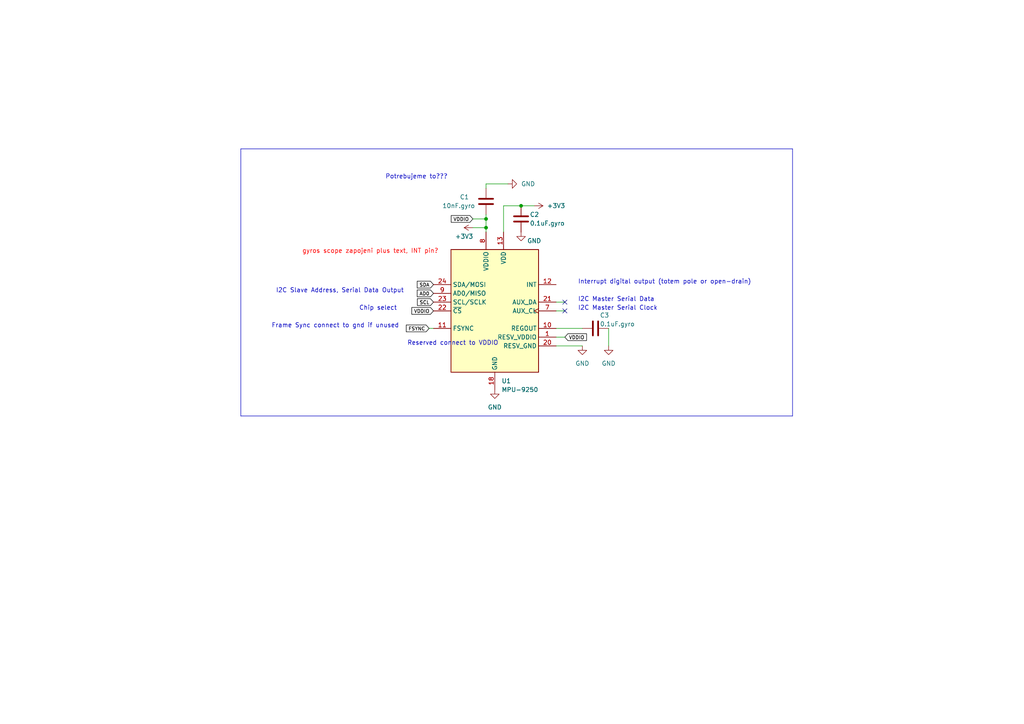
<source format=kicad_sch>
(kicad_sch (version 20230121) (generator eeschema)
  (paper "A4")
  (lib_symbols
    (symbol "+3V3_1" (power) (pin_names (offset 0))
      (property "Value" "+3V3_1" (at 0 3.556 0))
      (symbol "+3V3_1_0_1"
        (polyline (pts (xy -0.762 1.27) (xy 0 2.54)))
        (polyline (pts (xy 0 0) (xy 0 2.54)))
        (polyline (pts (xy 0 2.54) (xy 0.762 1.27)))
      )
      (symbol "+3V3_1_1_1"
        (pin power_in line (at 0 0 90) (length 0) hide (name "+3V3") (number "1"))
      )
    )
    (symbol "Device:C" (pin_numbers hide) (pin_names (offset 0.254))
      (property "Reference" "C" (at 0.635 2.54 0))
      (property "Value" "C" (at 0.635 -2.54 0))
      (symbol "C_0_1"
        (polyline (pts (xy -2.032 -0.762) (xy 2.032 -0.762)) (stroke (width 0.508)))
        (polyline (pts (xy -2.032 0.762) (xy 2.032 0.762)) (stroke (width 0.508)))
      )
      (symbol "C_1_1"
        (pin passive line (at 0 3.81 270) (length 2.794) (name "~") (number "1"))
        (pin passive line (at 0 -3.81 90) (length 2.794) (name "~") (number "2"))
      )
    )
    (symbol "GND_2" (power) (pin_names (offset 0))
      (property "Value" "GND_2" (at 0 -3.81 0))
      (symbol "GND_2_0_1"
        (polyline (pts (xy 0 0) (xy 0 -1.27) (xy 1.27 -1.27) (xy 0 -2.54) (xy -1.27 -1.27) (xy 0 -1.27)))
      )
      (symbol "GND_2_1_1"
        (pin power_in line (at 0 0 270) (length 0) hide (name "GND") (number "1"))
      )
    )
    (symbol "Sensor_Motion:MPU-9250"
      (property "Reference" "U" (at -11.43 19.05 0))
      (property "Value" "MPU-9250" (at 7.62 -19.05 0))
      (symbol "MPU-9250_0_1"
        (rectangle (start -12.7 17.78) (end 12.7 -17.78) (stroke (width 0.254)) (fill (type background)))
      )
      (symbol "MPU-9250_1_1"
        (pin input line (at 17.78 -7.62 180) (length 5.08) (name "RESV_VDDIO") (number "1"))
        (pin passive line (at 17.78 -5.08 180) (length 5.08) (name "REGOUT") (number "10"))
        (pin input line (at -17.78 -5.08 0) (length 5.08) (name "FSYNC") (number "11"))
        (pin output line (at 17.78 7.62 180) (length 5.08) (name "INT") (number "12"))
        (pin power_in line (at 2.54 22.86 270) (length 5.08) (name "VDD") (number "13"))
        (pin power_in line (at 0 -22.86 90) (length 5.08) (name "GND") (number "18"))
        (pin power_in line (at 17.78 -10.16 180) (length 5.08) (name "RESV_GND") (number "20"))
        (pin bidirectional line (at 17.78 2.54 180) (length 5.08) (name "AUX_DA") (number "21"))
        (pin input line (at -17.78 0 0) (length 5.08) (name "~{CS}") (number "22"))
        (pin input line (at -17.78 2.54 0) (length 5.08) (name "SCL/SCLK") (number "23"))
        (pin bidirectional line (at -17.78 7.62 0) (length 5.08) (name "SDA/MOSI") (number "24"))
        (pin output clock (at 17.78 0 180) (length 5.08) (name "AUX_CL") (number "7"))
        (pin power_in line (at -2.54 22.86 270) (length 5.08) (name "VDDIO") (number "8"))
        (pin bidirectional line (at -17.78 5.08 0) (length 5.08) (name "AD0/MISO") (number "9"))
      )
    )
  )
  (junction (at 140.97 66.04))
  (junction (at 151.13 59.69))
  (junction (at 140.97 63.5))
  (no_connect (at 163.83 90.17))
  (no_connect (at 163.83 87.63))
  (wire (pts (xy 146.05 59.69) (xy 146.05 67.31)))
  (wire (pts (xy 168.91 100.33) (xy 161.29 100.33)))
  (wire (pts (xy 124.46 95.25) (xy 125.73 95.25)))
  (polyline (pts (xy 229.87 43.18) (xy 69.85 43.18)))
  (wire (pts (xy 154.94 59.69) (xy 151.13 59.69)))
  (wire (pts (xy 140.97 62.23) (xy 140.97 63.5)))
  (wire (pts (xy 140.97 66.04) (xy 140.97 67.31)))
  (polyline (pts (xy 229.87 43.18) (xy 229.87 120.65)))
  (polyline (pts (xy 69.85 43.18) (xy 69.85 120.65)))
  (wire (pts (xy 137.16 63.5) (xy 140.97 63.5)))
  (wire (pts (xy 168.91 95.25) (xy 161.29 95.25)))
  (wire (pts (xy 140.97 63.5) (xy 140.97 66.04)))
  (wire (pts (xy 151.13 59.69) (xy 146.05 59.69)))
  (wire (pts (xy 161.29 87.63) (xy 163.83 87.63)))
  (wire (pts (xy 137.16 66.04) (xy 140.97 66.04)))
  (polyline (pts (xy 69.85 120.65) (xy 229.87 120.65)))
  (wire (pts (xy 140.97 53.34) (xy 140.97 54.61)))
  (wire (pts (xy 140.97 53.34) (xy 147.32 53.34)))
  (wire (pts (xy 163.83 90.17) (xy 161.29 90.17)))
  (wire (pts (xy 163.83 97.79) (xy 161.29 97.79)))
  (wire (pts (xy 176.53 100.33) (xy 176.53 95.25)))
  (text "I2C Master Serial Clock" (at 167.64 90.17 0) (effects (font (size 1.27 1.27)) (justify left bottom)))
  (text "I2C Master Serial Data" (at 167.64 87.63 0) (effects (font (size 1.27 1.27)) (justify left bottom)))
  (text "Interrupt digital output (totem pole or open-drain)" (at 167.64 82.55 0) (effects (font (size 1.27 1.27)) (justify left bottom)))
  (text "Potrebujeme to???" (at 111.76 52.07 0) (effects (font (size 1.27 1.27)) (justify left bottom)))
  (text "Reserved connect to VDDIO" (at 118.11 100.33 0) (effects (font (size 1.27 1.27)) (justify left bottom)))
  (text "I2C Slave Address, Serial Data Output" (at 80.01 85.09 0) (effects (font (size 1.27 1.27)) (justify left bottom)))
  (text "Chip select" (at 104.14 90.17 0) (effects (font (size 1.27 1.27)) (justify left bottom)))
  (text "gyros scope zapojeni plus text, INT pin?" (at 87.63 73.66 0) (effects (font (size 1.27 1.27)) (justify left bottom)))
  (text "Frame Sync connect to gnd if unused" (at 78.74 95.25 0) (effects (font (size 1.27 1.27)) (justify left bottom)))
  (global_label "FSYNC" (shape input) (at 124.46 95.25 180) (effects (font (size 1 1))) (property "Intersheetrefs" "${INTERSHEET_REFS}" (effects hide)))
  (global_label "VDDIO" (shape input) (at 125.73 90.17 180) (effects (font (size 1 1))) (property "Intersheetrefs" "${INTERSHEET_REFS}" (effects hide)))
  (global_label "SDA" (shape input) (at 125.73 82.55 180) (effects (font (size 1 1))) (property "Intersheetrefs" "${INTERSHEET_REFS}" (effects hide)))
  (global_label "AD0" (shape input) (at 125.73 85.09 180) (effects (font (size 1 1))) (property "Intersheetrefs" "${INTERSHEET_REFS}" (effects hide)))
  (global_label "VDDIO" (shape input) (at 137.16 63.5 180) (effects (font (size 1 1))) (property "Intersheetrefs" "${INTERSHEET_REFS}" (effects hide)))
  (global_label "VDDIO" (shape input) (at 163.83 97.79 0) (effects (font (size 1 1))) (property "Intersheetrefs" "${INTERSHEET_REFS}" (effects hide)))
  (global_label "SCL" (shape input) (at 125.73 87.63 180) (effects (font (size 1 1))) (property "Intersheetrefs" "${INTERSHEET_REFS}" (effects hide)))
  (symbol (lib_id "Device:C") (at 140.97 58.42 0) (mirror x) (unit 1)
    (property "Reference" "C1" (at 133.35 57.15 0) (effects (justify left)))
    (property "Value" "10nF.gyro" (at 128.27 59.69 0) (effects (justify left)))
    (property "Footprint" "Capacitor_SMD:C_0805_2012Metric_Pad1.18x1.45mm_HandSolder" (effects hide))
  )
  (symbol (lib_id "Sensor_Motion:MPU-9250") (at 143.51 90.17 0) (unit 1)
    (property "Reference" "U1" (at 145.4659 110.49 0) (effects (justify left)))
    (property "Value" "MPU-9250" (at 145.4659 113.03 0) (effects (justify left)))
    (property "Footprint" "Sensor_Motion:InvenSense_QFN-24_3x3mm_P0.4mm" (effects hide))
    (property "Datasheet" "https://invensense.tdk.com/wp-content/uploads/2015/02/PS-MPU-9250A-01-v1.1.pdf" (effects hide))
  )
  (symbol (lib_id "Device:C") (at 151.13 63.5 0) (mirror x) (unit 1)
    (property "Reference" "C2" (at 153.67 62.23 0) (effects (justify left)))
    (property "Value" "0.1uF.gyro" (at 153.67 64.77 0) (effects (justify left)))
    (property "Footprint" "Capacitor_SMD:C_0805_2012Metric_Pad1.18x1.45mm_HandSolder" (effects hide))
  )
  (symbol (lib_name "GND_2") (lib_id "power:GND") (at 168.91 100.33 0) (unit 1)
    (property "Reference" "#PWR06" (effects hide))
    (property "Value" "GND" (at 168.91 105.41 0))
  )
  (symbol (lib_name "GND_2") (lib_id "power:GND") (at 143.51 113.03 0) (unit 1)
    (property "Reference" "#PWR02" (effects hide))
    (property "Value" "GND" (at 143.51 118.11 0))
  )
  (symbol (lib_id "Device:C") (at 172.72 95.25 270) (mirror x) (unit 1)
    (property "Reference" "C3" (at 173.99 91.44 90) (effects (justify left)))
    (property "Value" "0.1uF.gyro" (at 173.99 93.98 90) (effects (justify left)))
    (property "Footprint" "Capacitor_SMD:C_0805_2012Metric_Pad1.18x1.45mm_HandSolder" (effects hide))
  )
  (symbol (lib_name "GND_2") (lib_id "power:GND") (at 176.53 100.33 0) (unit 1)
    (property "Reference" "#PWR07" (effects hide))
    (property "Value" "GND" (at 176.53 105.41 0))
  )
  (symbol (lib_name "+3V3_1") (lib_id "power:+3V3") (at 137.16 66.04 90) (unit 1)
    (property "Reference" "#PWR01" (effects hide))
    (property "Value" "+3V3" (at 134.62 68.58 90))
  )
  (symbol (lib_name "GND_2") (lib_id "power:GND") (at 147.32 53.34 90) (unit 1)
    (property "Reference" "#PWR03" (effects hide))
    (property "Value" "GND" (at 151.13 53.34 90) (effects (justify right)))
  )
  (symbol (lib_name "GND_2") (lib_id "power:GND") (at 151.13 67.31 0) (unit 1)
    (property "Reference" "#PWR04" (effects hide))
    (property "Value" "GND" (at 154.94 69.85 0))
  )
  (symbol (lib_name "+3V3_1") (lib_id "power:+3V3") (at 154.94 59.69 270) (unit 1)
    (property "Reference" "#PWR05" (effects hide))
    (property "Value" "+3V3" (at 161.29 59.69 90))
  )
)
</source>
